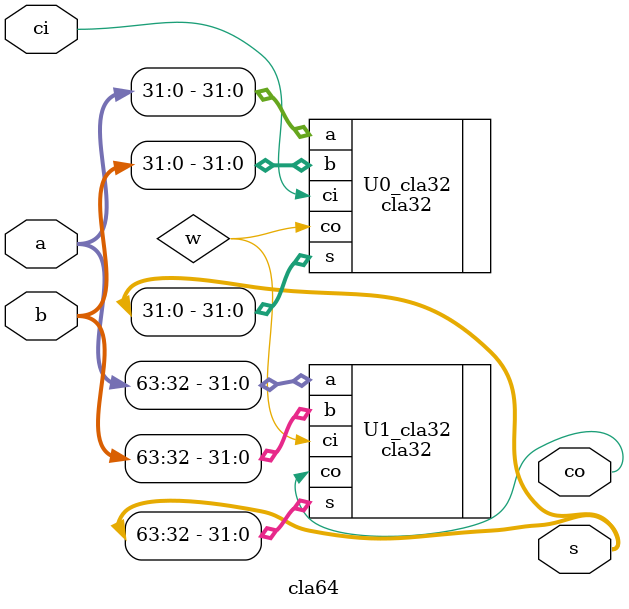
<source format=v>
module cla64 (a, b, s, ci, co);

	input [63:0] a, b;
	input ci;
	
	output [63:0] s;
	output co;
	
	wire w;
	
	cla32 U0_cla32(.a(a[31:0]),.b(b[31:0]),.ci(ci),.s(s[31:0]),.co(w));
	cla32 U1_cla32(.a(a[63:32]),.b(b[63:32]),.ci(w),.s(s[63:32]),.co(co));
	
endmodule

</source>
